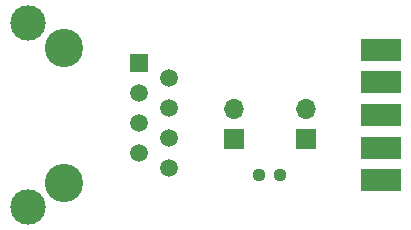
<source format=gbr>
%TF.GenerationSoftware,KiCad,Pcbnew,7.0.1*%
%TF.CreationDate,2023-10-03T11:55:05-04:00*%
%TF.ProjectId,CAN Adapter,43414e20-4164-4617-9074-65722e6b6963,rev?*%
%TF.SameCoordinates,Original*%
%TF.FileFunction,Soldermask,Top*%
%TF.FilePolarity,Negative*%
%FSLAX46Y46*%
G04 Gerber Fmt 4.6, Leading zero omitted, Abs format (unit mm)*
G04 Created by KiCad (PCBNEW 7.0.1) date 2023-10-03 11:55:05*
%MOMM*%
%LPD*%
G01*
G04 APERTURE LIST*
G04 Aperture macros list*
%AMRoundRect*
0 Rectangle with rounded corners*
0 $1 Rounding radius*
0 $2 $3 $4 $5 $6 $7 $8 $9 X,Y pos of 4 corners*
0 Add a 4 corners polygon primitive as box body*
4,1,4,$2,$3,$4,$5,$6,$7,$8,$9,$2,$3,0*
0 Add four circle primitives for the rounded corners*
1,1,$1+$1,$2,$3*
1,1,$1+$1,$4,$5*
1,1,$1+$1,$6,$7*
1,1,$1+$1,$8,$9*
0 Add four rect primitives between the rounded corners*
20,1,$1+$1,$2,$3,$4,$5,0*
20,1,$1+$1,$4,$5,$6,$7,0*
20,1,$1+$1,$6,$7,$8,$9,0*
20,1,$1+$1,$8,$9,$2,$3,0*%
G04 Aperture macros list end*
%ADD10R,1.700000X1.700000*%
%ADD11O,1.700000X1.700000*%
%ADD12R,3.480000X1.846667*%
%ADD13RoundRect,0.237500X0.250000X0.237500X-0.250000X0.237500X-0.250000X-0.237500X0.250000X-0.237500X0*%
%ADD14C,3.250000*%
%ADD15R,1.500000X1.500000*%
%ADD16C,1.500000*%
%ADD17C,3.000000*%
G04 APERTURE END LIST*
D10*
%TO.C,JP1*%
X145542000Y-91948000D03*
D11*
X145542000Y-89408000D03*
%TD*%
D10*
%TO.C,JP2*%
X151638000Y-91948000D03*
D11*
X151638000Y-89408000D03*
%TD*%
D12*
%TO.C,J1*%
X158037500Y-84376000D03*
X158037500Y-87146000D03*
X158037500Y-89916000D03*
X158037500Y-92686000D03*
X158037500Y-95456000D03*
%TD*%
D13*
%TO.C,R1*%
X149502500Y-94996000D03*
X147677500Y-94996000D03*
%TD*%
D14*
%TO.C,J2*%
X131139000Y-84201000D03*
X131139000Y-95631000D03*
D15*
X137489000Y-85471000D03*
D16*
X140029000Y-86741000D03*
X137489000Y-88011000D03*
X140029000Y-89281000D03*
X137489000Y-90551000D03*
X140029000Y-91821000D03*
X137489000Y-93091000D03*
X140029000Y-94361000D03*
D17*
X128089000Y-82146000D03*
X128089000Y-97686000D03*
%TD*%
M02*

</source>
